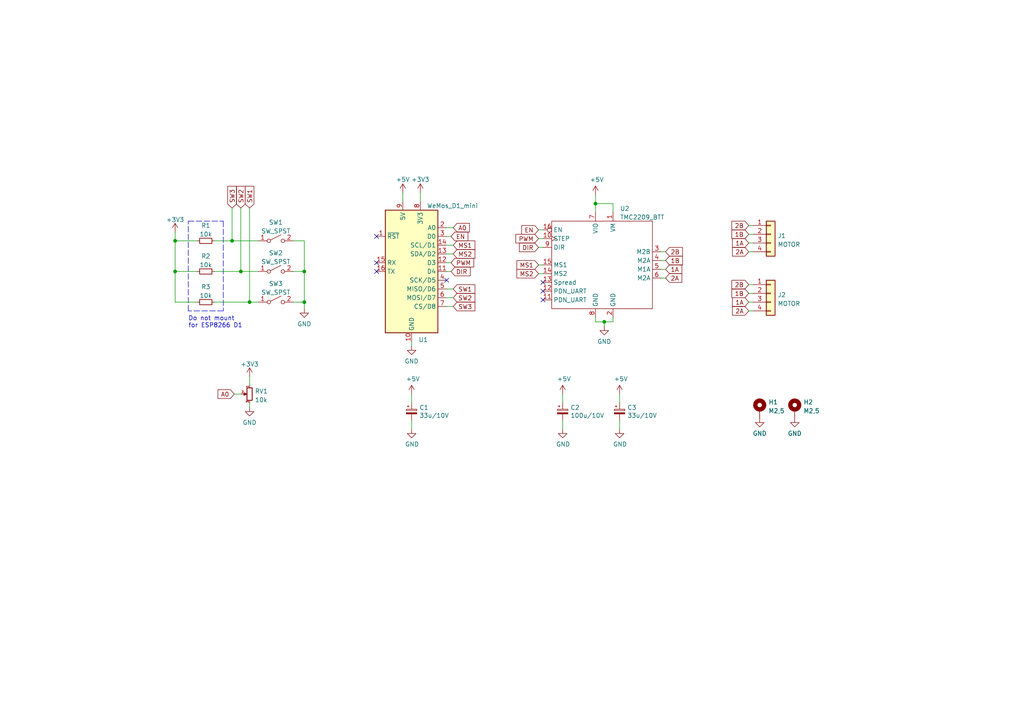
<source format=kicad_sch>
(kicad_sch (version 20211123) (generator eeschema)

  (uuid d473dd86-853c-4cb1-8bed-d530113d23bc)

  (paper "A4")

  (title_block
    (title "Photo table")
    (date "2023-01-03")
    (company "_art_of_electronics_")
  )

  (lib_symbols
    (symbol "Connector_Generic:Conn_01x04" (pin_names (offset 1.016) hide) (in_bom yes) (on_board yes)
      (property "Reference" "J" (id 0) (at 0 5.08 0)
        (effects (font (size 1.27 1.27)))
      )
      (property "Value" "Conn_01x04" (id 1) (at 0 -7.62 0)
        (effects (font (size 1.27 1.27)))
      )
      (property "Footprint" "" (id 2) (at 0 0 0)
        (effects (font (size 1.27 1.27)) hide)
      )
      (property "Datasheet" "~" (id 3) (at 0 0 0)
        (effects (font (size 1.27 1.27)) hide)
      )
      (property "ki_keywords" "connector" (id 4) (at 0 0 0)
        (effects (font (size 1.27 1.27)) hide)
      )
      (property "ki_description" "Generic connector, single row, 01x04, script generated (kicad-library-utils/schlib/autogen/connector/)" (id 5) (at 0 0 0)
        (effects (font (size 1.27 1.27)) hide)
      )
      (property "ki_fp_filters" "Connector*:*_1x??_*" (id 6) (at 0 0 0)
        (effects (font (size 1.27 1.27)) hide)
      )
      (symbol "Conn_01x04_1_1"
        (rectangle (start -1.27 -4.953) (end 0 -5.207)
          (stroke (width 0.1524) (type default) (color 0 0 0 0))
          (fill (type none))
        )
        (rectangle (start -1.27 -2.413) (end 0 -2.667)
          (stroke (width 0.1524) (type default) (color 0 0 0 0))
          (fill (type none))
        )
        (rectangle (start -1.27 0.127) (end 0 -0.127)
          (stroke (width 0.1524) (type default) (color 0 0 0 0))
          (fill (type none))
        )
        (rectangle (start -1.27 2.667) (end 0 2.413)
          (stroke (width 0.1524) (type default) (color 0 0 0 0))
          (fill (type none))
        )
        (rectangle (start -1.27 3.81) (end 1.27 -6.35)
          (stroke (width 0.254) (type default) (color 0 0 0 0))
          (fill (type background))
        )
        (pin passive line (at -5.08 2.54 0) (length 3.81)
          (name "Pin_1" (effects (font (size 1.27 1.27))))
          (number "1" (effects (font (size 1.27 1.27))))
        )
        (pin passive line (at -5.08 0 0) (length 3.81)
          (name "Pin_2" (effects (font (size 1.27 1.27))))
          (number "2" (effects (font (size 1.27 1.27))))
        )
        (pin passive line (at -5.08 -2.54 0) (length 3.81)
          (name "Pin_3" (effects (font (size 1.27 1.27))))
          (number "3" (effects (font (size 1.27 1.27))))
        )
        (pin passive line (at -5.08 -5.08 0) (length 3.81)
          (name "Pin_4" (effects (font (size 1.27 1.27))))
          (number "4" (effects (font (size 1.27 1.27))))
        )
      )
    )
    (symbol "Device:CP_Small" (pin_numbers hide) (pin_names (offset 0.254) hide) (in_bom yes) (on_board yes)
      (property "Reference" "C" (id 0) (at 0.254 1.778 0)
        (effects (font (size 1.27 1.27)) (justify left))
      )
      (property "Value" "Device_CP_Small" (id 1) (at 0.254 -2.032 0)
        (effects (font (size 1.27 1.27)) (justify left))
      )
      (property "Footprint" "" (id 2) (at 0 0 0)
        (effects (font (size 1.27 1.27)) hide)
      )
      (property "Datasheet" "" (id 3) (at 0 0 0)
        (effects (font (size 1.27 1.27)) hide)
      )
      (property "ki_fp_filters" "CP_*" (id 4) (at 0 0 0)
        (effects (font (size 1.27 1.27)) hide)
      )
      (symbol "CP_Small_0_1"
        (rectangle (start -1.524 -0.3048) (end 1.524 -0.6858)
          (stroke (width 0) (type default) (color 0 0 0 0))
          (fill (type outline))
        )
        (rectangle (start -1.524 0.6858) (end 1.524 0.3048)
          (stroke (width 0) (type default) (color 0 0 0 0))
          (fill (type none))
        )
        (polyline
          (pts
            (xy -1.27 1.524)
            (xy -0.762 1.524)
          )
          (stroke (width 0) (type default) (color 0 0 0 0))
          (fill (type none))
        )
        (polyline
          (pts
            (xy -1.016 1.27)
            (xy -1.016 1.778)
          )
          (stroke (width 0) (type default) (color 0 0 0 0))
          (fill (type none))
        )
      )
      (symbol "CP_Small_1_1"
        (pin passive line (at 0 2.54 270) (length 1.8542)
          (name "~" (effects (font (size 1.27 1.27))))
          (number "1" (effects (font (size 1.27 1.27))))
        )
        (pin passive line (at 0 -2.54 90) (length 1.8542)
          (name "~" (effects (font (size 1.27 1.27))))
          (number "2" (effects (font (size 1.27 1.27))))
        )
      )
    )
    (symbol "Device:R_Potentiometer_Small" (pin_names (offset 1.016) hide) (in_bom yes) (on_board yes)
      (property "Reference" "RV" (id 0) (at -4.445 0 90)
        (effects (font (size 1.27 1.27)))
      )
      (property "Value" "R_Potentiometer_Small" (id 1) (at -2.54 0 90)
        (effects (font (size 1.27 1.27)))
      )
      (property "Footprint" "" (id 2) (at 0 0 0)
        (effects (font (size 1.27 1.27)) hide)
      )
      (property "Datasheet" "~" (id 3) (at 0 0 0)
        (effects (font (size 1.27 1.27)) hide)
      )
      (property "ki_keywords" "resistor variable" (id 4) (at 0 0 0)
        (effects (font (size 1.27 1.27)) hide)
      )
      (property "ki_description" "Potentiometer" (id 5) (at 0 0 0)
        (effects (font (size 1.27 1.27)) hide)
      )
      (property "ki_fp_filters" "Potentiometer*" (id 6) (at 0 0 0)
        (effects (font (size 1.27 1.27)) hide)
      )
      (symbol "R_Potentiometer_Small_0_1"
        (polyline
          (pts
            (xy 0.889 0)
            (xy 0.635 0)
            (xy 1.651 0.381)
            (xy 1.651 -0.381)
            (xy 0.635 0)
            (xy 0.889 0)
          )
          (stroke (width 0) (type default) (color 0 0 0 0))
          (fill (type outline))
        )
        (rectangle (start 0.762 1.8034) (end -0.762 -1.8034)
          (stroke (width 0.254) (type default) (color 0 0 0 0))
          (fill (type none))
        )
      )
      (symbol "R_Potentiometer_Small_1_1"
        (pin passive line (at 0 2.54 270) (length 0.635)
          (name "1" (effects (font (size 0.635 0.635))))
          (number "1" (effects (font (size 0.635 0.635))))
        )
        (pin passive line (at 2.54 0 180) (length 0.9906)
          (name "2" (effects (font (size 0.635 0.635))))
          (number "2" (effects (font (size 0.635 0.635))))
        )
        (pin passive line (at 0 -2.54 90) (length 0.635)
          (name "3" (effects (font (size 0.635 0.635))))
          (number "3" (effects (font (size 0.635 0.635))))
        )
      )
    )
    (symbol "Device:R_Small" (pin_numbers hide) (pin_names (offset 0.254) hide) (in_bom yes) (on_board yes)
      (property "Reference" "R" (id 0) (at 0.762 0.508 0)
        (effects (font (size 1.27 1.27)) (justify left))
      )
      (property "Value" "R_Small" (id 1) (at 0.762 -1.016 0)
        (effects (font (size 1.27 1.27)) (justify left))
      )
      (property "Footprint" "" (id 2) (at 0 0 0)
        (effects (font (size 1.27 1.27)) hide)
      )
      (property "Datasheet" "~" (id 3) (at 0 0 0)
        (effects (font (size 1.27 1.27)) hide)
      )
      (property "ki_keywords" "R resistor" (id 4) (at 0 0 0)
        (effects (font (size 1.27 1.27)) hide)
      )
      (property "ki_description" "Resistor, small symbol" (id 5) (at 0 0 0)
        (effects (font (size 1.27 1.27)) hide)
      )
      (property "ki_fp_filters" "R_*" (id 6) (at 0 0 0)
        (effects (font (size 1.27 1.27)) hide)
      )
      (symbol "R_Small_0_1"
        (rectangle (start -0.762 1.778) (end 0.762 -1.778)
          (stroke (width 0.2032) (type default) (color 0 0 0 0))
          (fill (type none))
        )
      )
      (symbol "R_Small_1_1"
        (pin passive line (at 0 2.54 270) (length 0.762)
          (name "~" (effects (font (size 1.27 1.27))))
          (number "1" (effects (font (size 1.27 1.27))))
        )
        (pin passive line (at 0 -2.54 90) (length 0.762)
          (name "~" (effects (font (size 1.27 1.27))))
          (number "2" (effects (font (size 1.27 1.27))))
        )
      )
    )
    (symbol "Driver_Motor:TMC2209_BTT" (in_bom yes) (on_board yes)
      (property "Reference" "U2" (id 0) (at 4.5594 16.6157 0)
        (effects (font (size 1.27 1.27)) (justify left))
      )
      (property "Value" "TMC2209_BTT" (id 1) (at 4.5594 13.8406 0)
        (effects (font (size 1.27 1.27)) (justify left))
      )
      (property "Footprint" "Module:TMC2209_SMD" (id 2) (at 0 0 0)
        (effects (font (size 1.27 1.27)) hide)
      )
      (property "Datasheet" "" (id 3) (at 0 0 0)
        (effects (font (size 1.27 1.27)) hide)
      )
      (symbol "TMC2209_BTT_0_1"
        (rectangle (start -15.24 12.7) (end 13.97 -12.7)
          (stroke (width 0.1524) (type default) (color 0 0 0 0))
          (fill (type none))
        )
      )
      (symbol "TMC2209_BTT_1_1"
        (pin power_in line (at 2.54 15.24 270) (length 2.54)
          (name "VM" (effects (font (size 1.27 1.27))))
          (number "1" (effects (font (size 1.27 1.27))))
        )
        (pin input clock (at -17.78 7.62 0) (length 2.54)
          (name "STEP" (effects (font (size 1.27 1.27))))
          (number "10" (effects (font (size 1.27 1.27))))
        )
        (pin input line (at -17.78 -10.16 0) (length 2.54)
          (name "PDN_UART" (effects (font (size 1.27 1.27))))
          (number "11" (effects (font (size 1.27 1.27))))
        )
        (pin input line (at -17.78 -7.62 0) (length 2.54)
          (name "PDN_UART" (effects (font (size 1.27 1.27))))
          (number "12" (effects (font (size 1.27 1.27))))
        )
        (pin input line (at -17.78 -5.08 0) (length 2.54)
          (name "Spread" (effects (font (size 1.27 1.27))))
          (number "13" (effects (font (size 1.27 1.27))))
        )
        (pin input line (at -17.78 -2.54 0) (length 2.54)
          (name "MS2" (effects (font (size 1.27 1.27))))
          (number "14" (effects (font (size 1.27 1.27))))
        )
        (pin input line (at -17.78 0 0) (length 2.54)
          (name "MS1" (effects (font (size 1.27 1.27))))
          (number "15" (effects (font (size 1.27 1.27))))
        )
        (pin input inverted (at -17.78 10.16 0) (length 2.54)
          (name "EN" (effects (font (size 1.27 1.27))))
          (number "16" (effects (font (size 1.27 1.27))))
        )
        (pin power_in line (at 2.54 -15.24 90) (length 2.54)
          (name "GND" (effects (font (size 1.27 1.27))))
          (number "2" (effects (font (size 1.27 1.27))))
        )
        (pin power_out line (at 16.51 3.81 180) (length 2.54)
          (name "M2B" (effects (font (size 1.27 1.27))))
          (number "3" (effects (font (size 1.27 1.27))))
        )
        (pin power_out line (at 16.51 1.27 180) (length 2.54)
          (name "M2A" (effects (font (size 1.27 1.27))))
          (number "4" (effects (font (size 1.27 1.27))))
        )
        (pin power_out line (at 16.51 -1.27 180) (length 2.54)
          (name "M1A" (effects (font (size 1.27 1.27))))
          (number "5" (effects (font (size 1.27 1.27))))
        )
        (pin power_out line (at 16.51 -3.81 180) (length 2.54)
          (name "M2A" (effects (font (size 1.27 1.27))))
          (number "6" (effects (font (size 1.27 1.27))))
        )
        (pin power_in line (at -2.54 15.24 270) (length 2.54)
          (name "VIO" (effects (font (size 1.27 1.27))))
          (number "7" (effects (font (size 1.27 1.27))))
        )
        (pin power_in line (at -2.54 -15.24 90) (length 2.54)
          (name "GND" (effects (font (size 1.27 1.27))))
          (number "8" (effects (font (size 1.27 1.27))))
        )
        (pin input line (at -17.78 5.08 0) (length 2.54)
          (name "DIR" (effects (font (size 1.27 1.27))))
          (number "9" (effects (font (size 1.27 1.27))))
        )
      )
    )
    (symbol "MCU_Module:WeMos_D1_mini" (in_bom yes) (on_board yes)
      (property "Reference" "U" (id 0) (at 3.81 19.05 0)
        (effects (font (size 1.27 1.27)) (justify left))
      )
      (property "Value" "WeMos_D1_mini" (id 1) (at 1.27 -19.05 0)
        (effects (font (size 1.27 1.27)) (justify left))
      )
      (property "Footprint" "Module:WEMOS_D1_mini_light" (id 2) (at 0 -29.21 0)
        (effects (font (size 1.27 1.27)) hide)
      )
      (property "Datasheet" "https://wiki.wemos.cc/products:d1:d1_mini#documentation" (id 3) (at -46.99 -29.21 0)
        (effects (font (size 1.27 1.27)) hide)
      )
      (property "ki_keywords" "ESP8266 WiFi microcontroller ESP8266EX" (id 4) (at 0 0 0)
        (effects (font (size 1.27 1.27)) hide)
      )
      (property "ki_description" "32-bit microcontroller module with WiFi" (id 5) (at 0 0 0)
        (effects (font (size 1.27 1.27)) hide)
      )
      (property "ki_fp_filters" "WEMOS*D1*mini*" (id 6) (at 0 0 0)
        (effects (font (size 1.27 1.27)) hide)
      )
      (symbol "WeMos_D1_mini_1_1"
        (rectangle (start -7.62 17.78) (end 7.62 -17.78)
          (stroke (width 0.254) (type default) (color 0 0 0 0))
          (fill (type background))
        )
        (pin input line (at -10.16 10.16 0) (length 2.54)
          (name "~{RST}" (effects (font (size 1.27 1.27))))
          (number "1" (effects (font (size 1.27 1.27))))
        )
        (pin power_in line (at 0 -20.32 90) (length 2.54)
          (name "GND" (effects (font (size 1.27 1.27))))
          (number "10" (effects (font (size 1.27 1.27))))
        )
        (pin bidirectional line (at 10.16 0 180) (length 2.54)
          (name "D4" (effects (font (size 1.27 1.27))))
          (number "11" (effects (font (size 1.27 1.27))))
        )
        (pin bidirectional line (at 10.16 2.54 180) (length 2.54)
          (name "D3" (effects (font (size 1.27 1.27))))
          (number "12" (effects (font (size 1.27 1.27))))
        )
        (pin bidirectional line (at 10.16 5.08 180) (length 2.54)
          (name "SDA/D2" (effects (font (size 1.27 1.27))))
          (number "13" (effects (font (size 1.27 1.27))))
        )
        (pin bidirectional line (at 10.16 7.62 180) (length 2.54)
          (name "SCL/D1" (effects (font (size 1.27 1.27))))
          (number "14" (effects (font (size 1.27 1.27))))
        )
        (pin input line (at -10.16 2.54 0) (length 2.54)
          (name "RX" (effects (font (size 1.27 1.27))))
          (number "15" (effects (font (size 1.27 1.27))))
        )
        (pin output line (at -10.16 0 0) (length 2.54)
          (name "TX" (effects (font (size 1.27 1.27))))
          (number "16" (effects (font (size 1.27 1.27))))
        )
        (pin input line (at 10.16 12.7 180) (length 2.54)
          (name "A0" (effects (font (size 1.27 1.27))))
          (number "2" (effects (font (size 1.27 1.27))))
        )
        (pin bidirectional line (at 10.16 10.16 180) (length 2.54)
          (name "D0" (effects (font (size 1.27 1.27))))
          (number "3" (effects (font (size 1.27 1.27))))
        )
        (pin bidirectional line (at 10.16 -2.54 180) (length 2.54)
          (name "SCK/D5" (effects (font (size 1.27 1.27))))
          (number "4" (effects (font (size 1.27 1.27))))
        )
        (pin bidirectional line (at 10.16 -5.08 180) (length 2.54)
          (name "MISO/D6" (effects (font (size 1.27 1.27))))
          (number "5" (effects (font (size 1.27 1.27))))
        )
        (pin bidirectional line (at 10.16 -7.62 180) (length 2.54)
          (name "MOSI/D7" (effects (font (size 1.27 1.27))))
          (number "6" (effects (font (size 1.27 1.27))))
        )
        (pin bidirectional line (at 10.16 -10.16 180) (length 2.54)
          (name "CS/D8" (effects (font (size 1.27 1.27))))
          (number "7" (effects (font (size 1.27 1.27))))
        )
        (pin power_out line (at 2.54 20.32 270) (length 2.54)
          (name "3V3" (effects (font (size 1.27 1.27))))
          (number "8" (effects (font (size 1.27 1.27))))
        )
        (pin power_in line (at -2.54 20.32 270) (length 2.54)
          (name "5V" (effects (font (size 1.27 1.27))))
          (number "9" (effects (font (size 1.27 1.27))))
        )
      )
    )
    (symbol "Mechanical:MountingHole_Pad" (pin_numbers hide) (pin_names (offset 1.016) hide) (in_bom yes) (on_board yes)
      (property "Reference" "H" (id 0) (at 0 6.35 0)
        (effects (font (size 1.27 1.27)))
      )
      (property "Value" "MountingHole_Pad" (id 1) (at 0 4.445 0)
        (effects (font (size 1.27 1.27)))
      )
      (property "Footprint" "" (id 2) (at 0 0 0)
        (effects (font (size 1.27 1.27)) hide)
      )
      (property "Datasheet" "~" (id 3) (at 0 0 0)
        (effects (font (size 1.27 1.27)) hide)
      )
      (property "ki_keywords" "mounting hole" (id 4) (at 0 0 0)
        (effects (font (size 1.27 1.27)) hide)
      )
      (property "ki_description" "Mounting Hole with connection" (id 5) (at 0 0 0)
        (effects (font (size 1.27 1.27)) hide)
      )
      (property "ki_fp_filters" "MountingHole*Pad*" (id 6) (at 0 0 0)
        (effects (font (size 1.27 1.27)) hide)
      )
      (symbol "MountingHole_Pad_0_1"
        (circle (center 0 1.27) (radius 1.27)
          (stroke (width 1.27) (type default) (color 0 0 0 0))
          (fill (type none))
        )
      )
      (symbol "MountingHole_Pad_1_1"
        (pin input line (at 0 -2.54 90) (length 2.54)
          (name "1" (effects (font (size 1.27 1.27))))
          (number "1" (effects (font (size 1.27 1.27))))
        )
      )
    )
    (symbol "Switch:SW_SPST" (pin_names (offset 0) hide) (in_bom yes) (on_board yes)
      (property "Reference" "SW" (id 0) (at 0 3.175 0)
        (effects (font (size 1.27 1.27)))
      )
      (property "Value" "SW_SPST" (id 1) (at 0 -2.54 0)
        (effects (font (size 1.27 1.27)))
      )
      (property "Footprint" "" (id 2) (at 0 0 0)
        (effects (font (size 1.27 1.27)) hide)
      )
      (property "Datasheet" "~" (id 3) (at 0 0 0)
        (effects (font (size 1.27 1.27)) hide)
      )
      (property "ki_keywords" "switch lever" (id 4) (at 0 0 0)
        (effects (font (size 1.27 1.27)) hide)
      )
      (property "ki_description" "Single Pole Single Throw (SPST) switch" (id 5) (at 0 0 0)
        (effects (font (size 1.27 1.27)) hide)
      )
      (symbol "SW_SPST_0_0"
        (circle (center -2.032 0) (radius 0.508)
          (stroke (width 0) (type default) (color 0 0 0 0))
          (fill (type none))
        )
        (polyline
          (pts
            (xy -1.524 0.254)
            (xy 1.524 1.778)
          )
          (stroke (width 0) (type default) (color 0 0 0 0))
          (fill (type none))
        )
        (circle (center 2.032 0) (radius 0.508)
          (stroke (width 0) (type default) (color 0 0 0 0))
          (fill (type none))
        )
      )
      (symbol "SW_SPST_1_1"
        (pin passive line (at -5.08 0 0) (length 2.54)
          (name "A" (effects (font (size 1.27 1.27))))
          (number "1" (effects (font (size 1.27 1.27))))
        )
        (pin passive line (at 5.08 0 180) (length 2.54)
          (name "B" (effects (font (size 1.27 1.27))))
          (number "2" (effects (font (size 1.27 1.27))))
        )
      )
    )
    (symbol "power:+3.3V" (power) (pin_names (offset 0)) (in_bom yes) (on_board yes)
      (property "Reference" "#PWR" (id 0) (at 0 -3.81 0)
        (effects (font (size 1.27 1.27)) hide)
      )
      (property "Value" "+3.3V" (id 1) (at 0 3.556 0)
        (effects (font (size 1.27 1.27)))
      )
      (property "Footprint" "" (id 2) (at 0 0 0)
        (effects (font (size 1.27 1.27)) hide)
      )
      (property "Datasheet" "" (id 3) (at 0 0 0)
        (effects (font (size 1.27 1.27)) hide)
      )
      (property "ki_keywords" "power-flag" (id 4) (at 0 0 0)
        (effects (font (size 1.27 1.27)) hide)
      )
      (property "ki_description" "Power symbol creates a global label with name \"+3.3V\"" (id 5) (at 0 0 0)
        (effects (font (size 1.27 1.27)) hide)
      )
      (symbol "+3.3V_0_1"
        (polyline
          (pts
            (xy -0.762 1.27)
            (xy 0 2.54)
          )
          (stroke (width 0) (type default) (color 0 0 0 0))
          (fill (type none))
        )
        (polyline
          (pts
            (xy 0 0)
            (xy 0 2.54)
          )
          (stroke (width 0) (type default) (color 0 0 0 0))
          (fill (type none))
        )
        (polyline
          (pts
            (xy 0 2.54)
            (xy 0.762 1.27)
          )
          (stroke (width 0) (type default) (color 0 0 0 0))
          (fill (type none))
        )
      )
      (symbol "+3.3V_1_1"
        (pin power_in line (at 0 0 90) (length 0) hide
          (name "+3V3" (effects (font (size 1.27 1.27))))
          (number "1" (effects (font (size 1.27 1.27))))
        )
      )
    )
    (symbol "power:+5V" (power) (pin_names (offset 0)) (in_bom yes) (on_board yes)
      (property "Reference" "#PWR" (id 0) (at 0 -3.81 0)
        (effects (font (size 1.27 1.27)) hide)
      )
      (property "Value" "+5V" (id 1) (at 0 3.556 0)
        (effects (font (size 1.27 1.27)))
      )
      (property "Footprint" "" (id 2) (at 0 0 0)
        (effects (font (size 1.27 1.27)) hide)
      )
      (property "Datasheet" "" (id 3) (at 0 0 0)
        (effects (font (size 1.27 1.27)) hide)
      )
      (property "ki_keywords" "power-flag" (id 4) (at 0 0 0)
        (effects (font (size 1.27 1.27)) hide)
      )
      (property "ki_description" "Power symbol creates a global label with name \"+5V\"" (id 5) (at 0 0 0)
        (effects (font (size 1.27 1.27)) hide)
      )
      (symbol "+5V_0_1"
        (polyline
          (pts
            (xy -0.762 1.27)
            (xy 0 2.54)
          )
          (stroke (width 0) (type default) (color 0 0 0 0))
          (fill (type none))
        )
        (polyline
          (pts
            (xy 0 0)
            (xy 0 2.54)
          )
          (stroke (width 0) (type default) (color 0 0 0 0))
          (fill (type none))
        )
        (polyline
          (pts
            (xy 0 2.54)
            (xy 0.762 1.27)
          )
          (stroke (width 0) (type default) (color 0 0 0 0))
          (fill (type none))
        )
      )
      (symbol "+5V_1_1"
        (pin power_in line (at 0 0 90) (length 0) hide
          (name "+5V" (effects (font (size 1.27 1.27))))
          (number "1" (effects (font (size 1.27 1.27))))
        )
      )
    )
    (symbol "power:GND" (power) (pin_names (offset 0)) (in_bom yes) (on_board yes)
      (property "Reference" "#PWR" (id 0) (at 0 -6.35 0)
        (effects (font (size 1.27 1.27)) hide)
      )
      (property "Value" "GND" (id 1) (at 0 -3.81 0)
        (effects (font (size 1.27 1.27)))
      )
      (property "Footprint" "" (id 2) (at 0 0 0)
        (effects (font (size 1.27 1.27)) hide)
      )
      (property "Datasheet" "" (id 3) (at 0 0 0)
        (effects (font (size 1.27 1.27)) hide)
      )
      (property "ki_keywords" "power-flag" (id 4) (at 0 0 0)
        (effects (font (size 1.27 1.27)) hide)
      )
      (property "ki_description" "Power symbol creates a global label with name \"GND\" , ground" (id 5) (at 0 0 0)
        (effects (font (size 1.27 1.27)) hide)
      )
      (symbol "GND_0_1"
        (polyline
          (pts
            (xy 0 0)
            (xy 0 -1.27)
            (xy 1.27 -1.27)
            (xy 0 -2.54)
            (xy -1.27 -1.27)
            (xy 0 -1.27)
          )
          (stroke (width 0) (type default) (color 0 0 0 0))
          (fill (type none))
        )
      )
      (symbol "GND_1_1"
        (pin power_in line (at 0 0 270) (length 0) hide
          (name "GND" (effects (font (size 1.27 1.27))))
          (number "1" (effects (font (size 1.27 1.27))))
        )
      )
    )
  )

  (junction (at 88.265 78.74) (diameter 0) (color 0 0 0 0)
    (uuid 19917952-5ae4-4370-a38d-b1cc95aaad13)
  )
  (junction (at 50.8 78.74) (diameter 0) (color 0 0 0 0)
    (uuid 21b4dc9a-25fd-4305-a05b-8b51b2d5d88a)
  )
  (junction (at 175.26 93.345) (diameter 0) (color 0 0 0 0)
    (uuid 3cc12f5c-26ee-4098-b0c5-4de4377ee9d1)
  )
  (junction (at 88.265 87.63) (diameter 0) (color 0 0 0 0)
    (uuid 43c87744-f4a9-4842-b917-4717cde8fc3c)
  )
  (junction (at 172.72 59.055) (diameter 0) (color 0 0 0 0)
    (uuid 4e364ec5-f775-49f1-9062-d13cc87bd3fb)
  )
  (junction (at 67.31 69.85) (diameter 0) (color 0 0 0 0)
    (uuid 684c475c-8a42-4d90-9f03-f6f6bf784102)
  )
  (junction (at 72.39 87.63) (diameter 0) (color 0 0 0 0)
    (uuid 991a6b97-e8a7-4731-8564-f4ac3a4cc391)
  )
  (junction (at 69.85 78.74) (diameter 0) (color 0 0 0 0)
    (uuid 9eddffca-53b0-41b7-8f6e-a89c21624c1d)
  )
  (junction (at 50.8 69.85) (diameter 0) (color 0 0 0 0)
    (uuid c43635fb-23c4-4564-aa3f-08f9f524b77d)
  )

  (no_connect (at 157.48 81.915) (uuid 6b4d690a-2c6f-4f13-bc1e-174cef17958a))
  (no_connect (at 157.48 86.995) (uuid 6b4d690a-2c6f-4f13-bc1e-174cef17958b))
  (no_connect (at 157.48 84.455) (uuid 6b4d690a-2c6f-4f13-bc1e-174cef17958c))
  (no_connect (at 109.22 68.58) (uuid 9c483fdc-0bbe-491d-b0e1-d02d3b2f8289))
  (no_connect (at 109.22 78.74) (uuid 9c483fdc-0bbe-491d-b0e1-d02d3b2f828a))
  (no_connect (at 109.22 76.2) (uuid 9c483fdc-0bbe-491d-b0e1-d02d3b2f828b))
  (no_connect (at 129.54 81.28) (uuid d19afb3f-80c6-49a1-81e1-40466d4dd7d5))

  (wire (pts (xy 156.21 79.375) (xy 157.48 79.375))
    (stroke (width 0) (type default) (color 0 0 0 0))
    (uuid 00faae4e-d686-4639-8e8d-51fffcbd928d)
  )
  (wire (pts (xy 179.705 114.3) (xy 179.705 116.84))
    (stroke (width 0) (type default) (color 0 0 0 0))
    (uuid 0976c8f8-be97-43b1-b77d-0f3c861ce166)
  )
  (wire (pts (xy 218.44 65.405) (xy 217.17 65.405))
    (stroke (width 0) (type default) (color 0 0 0 0))
    (uuid 09a0b5c7-7772-4d05-8683-718e324131c5)
  )
  (wire (pts (xy 177.8 93.345) (xy 175.26 93.345))
    (stroke (width 0) (type default) (color 0 0 0 0))
    (uuid 0cc64189-a1c7-4e5f-aeeb-c366c9b2b71e)
  )
  (wire (pts (xy 218.44 87.63) (xy 217.17 87.63))
    (stroke (width 0) (type default) (color 0 0 0 0))
    (uuid 1f03b9d5-5be0-49e2-a786-549a85058efb)
  )
  (wire (pts (xy 218.44 90.17) (xy 217.17 90.17))
    (stroke (width 0) (type default) (color 0 0 0 0))
    (uuid 213ab0b1-5899-4e83-8f2f-224d794fcbf2)
  )
  (wire (pts (xy 88.265 87.63) (xy 85.09 87.63))
    (stroke (width 0) (type default) (color 0 0 0 0))
    (uuid 24d16242-4900-480f-88fc-8c31d6139569)
  )
  (wire (pts (xy 119.38 114.3) (xy 119.38 116.84))
    (stroke (width 0) (type default) (color 0 0 0 0))
    (uuid 255f49dc-d6df-4a2e-81b4-0a746212620e)
  )
  (wire (pts (xy 129.54 88.9) (xy 131.445 88.9))
    (stroke (width 0) (type default) (color 0 0 0 0))
    (uuid 26834ab0-9551-491f-b56e-9b6e4cad54a8)
  )
  (wire (pts (xy 72.39 116.84) (xy 72.39 118.11))
    (stroke (width 0) (type default) (color 0 0 0 0))
    (uuid 28ff483c-0c09-4a1c-aceb-2bae8f31f451)
  )
  (wire (pts (xy 67.31 69.85) (xy 74.93 69.85))
    (stroke (width 0) (type default) (color 0 0 0 0))
    (uuid 2a2995fd-14a8-4fc5-9090-404566e2ba9c)
  )
  (wire (pts (xy 50.8 87.63) (xy 50.8 78.74))
    (stroke (width 0) (type default) (color 0 0 0 0))
    (uuid 3172c2ea-1082-4d1d-9dbb-f733a0e23e1d)
  )
  (wire (pts (xy 72.39 87.63) (xy 74.93 87.63))
    (stroke (width 0) (type default) (color 0 0 0 0))
    (uuid 31a742bb-de27-42bd-a648-7ce64cc22947)
  )
  (wire (pts (xy 62.23 69.85) (xy 67.31 69.85))
    (stroke (width 0) (type default) (color 0 0 0 0))
    (uuid 32045f78-0610-4a5f-9308-4534c39fe5a4)
  )
  (wire (pts (xy 69.85 78.74) (xy 74.93 78.74))
    (stroke (width 0) (type default) (color 0 0 0 0))
    (uuid 363bd20c-63a4-44be-a76d-f31ba481942f)
  )
  (wire (pts (xy 218.44 67.945) (xy 217.17 67.945))
    (stroke (width 0) (type default) (color 0 0 0 0))
    (uuid 3f4e4ff4-d719-4c9c-b3ed-86466b877e46)
  )
  (wire (pts (xy 191.77 80.645) (xy 193.04 80.645))
    (stroke (width 0) (type default) (color 0 0 0 0))
    (uuid 43102c27-9b99-49d1-8ab5-6652e7471293)
  )
  (wire (pts (xy 88.265 87.63) (xy 88.265 89.535))
    (stroke (width 0) (type default) (color 0 0 0 0))
    (uuid 450688d4-3e8d-455a-a8cc-b18a54ede6c7)
  )
  (wire (pts (xy 88.265 78.74) (xy 88.265 87.63))
    (stroke (width 0) (type default) (color 0 0 0 0))
    (uuid 486d708a-c27e-4090-a4a2-77b1a95940b2)
  )
  (wire (pts (xy 72.39 60.325) (xy 72.39 87.63))
    (stroke (width 0) (type default) (color 0 0 0 0))
    (uuid 4ad99214-c526-4254-a0e9-a8169fae501b)
  )
  (wire (pts (xy 130.81 78.74) (xy 129.54 78.74))
    (stroke (width 0) (type default) (color 0 0 0 0))
    (uuid 4d5558a3-55bc-4de9-b9ba-0eca1c129c2e)
  )
  (polyline (pts (xy 54.61 64.135) (xy 64.77 64.135))
    (stroke (width 0) (type default) (color 0 0 0 0))
    (uuid 4d80b2dd-0cfc-4e9b-9582-636eb24801f6)
  )

  (wire (pts (xy 85.09 78.74) (xy 88.265 78.74))
    (stroke (width 0) (type default) (color 0 0 0 0))
    (uuid 4e7dd78a-24fa-4a4b-8381-9d863ae1d639)
  )
  (wire (pts (xy 62.23 87.63) (xy 72.39 87.63))
    (stroke (width 0) (type default) (color 0 0 0 0))
    (uuid 4f62d126-3817-4aca-9541-7adc6f05713c)
  )
  (wire (pts (xy 119.38 121.92) (xy 119.38 124.46))
    (stroke (width 0) (type default) (color 0 0 0 0))
    (uuid 531f59d0-7b78-4426-9cfe-20f1db151b47)
  )
  (polyline (pts (xy 64.77 64.135) (xy 64.77 90.17))
    (stroke (width 0) (type default) (color 0 0 0 0))
    (uuid 55dc55eb-ef4e-462d-9ec4-30f40e68219a)
  )

  (wire (pts (xy 69.85 60.325) (xy 69.85 78.74))
    (stroke (width 0) (type default) (color 0 0 0 0))
    (uuid 5a8ec649-e9c2-45c2-8de7-358cbc24d913)
  )
  (wire (pts (xy 130.81 68.58) (xy 129.54 68.58))
    (stroke (width 0) (type default) (color 0 0 0 0))
    (uuid 611fb4ef-c99a-4fcc-89a5-0b87cd50c6dc)
  )
  (wire (pts (xy 218.44 85.09) (xy 217.17 85.09))
    (stroke (width 0) (type default) (color 0 0 0 0))
    (uuid 64768811-a451-4e5e-819f-ac0d81f6f0f2)
  )
  (wire (pts (xy 172.72 93.345) (xy 175.26 93.345))
    (stroke (width 0) (type default) (color 0 0 0 0))
    (uuid 6492b87d-b804-4634-b8cf-cbc7d1cb1536)
  )
  (wire (pts (xy 121.92 58.42) (xy 121.92 55.88))
    (stroke (width 0) (type default) (color 0 0 0 0))
    (uuid 70ee306f-ae2b-426d-b3b9-f89dd506a306)
  )
  (wire (pts (xy 72.39 109.22) (xy 72.39 111.76))
    (stroke (width 0) (type default) (color 0 0 0 0))
    (uuid 711eb94e-ef13-40e9-a92e-ddfd13592e8c)
  )
  (wire (pts (xy 156.21 69.215) (xy 157.48 69.215))
    (stroke (width 0) (type default) (color 0 0 0 0))
    (uuid 718b6e20-6125-434c-8277-a50bbf1003b1)
  )
  (wire (pts (xy 88.265 69.85) (xy 88.265 78.74))
    (stroke (width 0) (type default) (color 0 0 0 0))
    (uuid 722f7e2f-41d5-4a62-ac63-d453aa7b224c)
  )
  (wire (pts (xy 50.8 87.63) (xy 57.15 87.63))
    (stroke (width 0) (type default) (color 0 0 0 0))
    (uuid 79df722c-5e1d-48d7-9017-cb8dfcee246f)
  )
  (wire (pts (xy 129.54 73.66) (xy 131.445 73.66))
    (stroke (width 0) (type default) (color 0 0 0 0))
    (uuid 7f649911-78bf-4fac-b93e-082e8b31ac9c)
  )
  (wire (pts (xy 191.77 78.105) (xy 193.04 78.105))
    (stroke (width 0) (type default) (color 0 0 0 0))
    (uuid 7f662f46-0f81-4f65-9ca0-f5d67976e0f2)
  )
  (wire (pts (xy 179.705 121.92) (xy 179.705 124.46))
    (stroke (width 0) (type default) (color 0 0 0 0))
    (uuid 80e5a739-b2d3-406f-9e9a-fed24dd1e4e1)
  )
  (wire (pts (xy 50.8 67.31) (xy 50.8 69.85))
    (stroke (width 0) (type default) (color 0 0 0 0))
    (uuid 83206c86-6b97-4d04-a51a-e7aadcd8b3ae)
  )
  (wire (pts (xy 191.77 75.565) (xy 193.04 75.565))
    (stroke (width 0) (type default) (color 0 0 0 0))
    (uuid 843730d8-289f-4667-9b3c-5d3e3fa99cb0)
  )
  (wire (pts (xy 172.72 56.515) (xy 172.72 59.055))
    (stroke (width 0) (type default) (color 0 0 0 0))
    (uuid 8b6de4c9-be59-46dc-8dc6-032bd7c79b0f)
  )
  (wire (pts (xy 163.195 121.92) (xy 163.195 124.46))
    (stroke (width 0) (type default) (color 0 0 0 0))
    (uuid 8c0c5372-5997-481e-98c0-a23337b63688)
  )
  (wire (pts (xy 62.23 78.74) (xy 69.85 78.74))
    (stroke (width 0) (type default) (color 0 0 0 0))
    (uuid 8c25456a-b3b1-4206-a08a-7b3bf5d15d67)
  )
  (wire (pts (xy 129.54 66.04) (xy 131.445 66.04))
    (stroke (width 0) (type default) (color 0 0 0 0))
    (uuid 930d676a-05db-4e32-97a5-d26c92daa7d0)
  )
  (wire (pts (xy 172.72 59.055) (xy 172.72 61.595))
    (stroke (width 0) (type default) (color 0 0 0 0))
    (uuid 93d2c5ef-c145-4920-a6df-b16e8db96b02)
  )
  (wire (pts (xy 116.84 55.88) (xy 116.84 58.42))
    (stroke (width 0) (type default) (color 0 0 0 0))
    (uuid 9853c22e-75df-4052-97a9-33a15b9b7349)
  )
  (wire (pts (xy 119.38 99.06) (xy 119.38 100.33))
    (stroke (width 0) (type default) (color 0 0 0 0))
    (uuid 9911a9cd-5c37-4960-9bc7-5938b9d1a32b)
  )
  (wire (pts (xy 218.44 70.485) (xy 217.17 70.485))
    (stroke (width 0) (type default) (color 0 0 0 0))
    (uuid 99374bae-94dd-4eae-a14f-62bda260da54)
  )
  (wire (pts (xy 85.09 69.85) (xy 88.265 69.85))
    (stroke (width 0) (type default) (color 0 0 0 0))
    (uuid 9b2f85a2-4908-48ba-8910-30a4995907a2)
  )
  (wire (pts (xy 156.21 66.675) (xy 157.48 66.675))
    (stroke (width 0) (type default) (color 0 0 0 0))
    (uuid 9da5562a-dd90-4d39-8f31-d305891a6706)
  )
  (wire (pts (xy 191.77 73.025) (xy 193.04 73.025))
    (stroke (width 0) (type default) (color 0 0 0 0))
    (uuid a19353fe-f07c-4b62-acbf-3dd3378be5b8)
  )
  (wire (pts (xy 218.44 82.55) (xy 217.17 82.55))
    (stroke (width 0) (type default) (color 0 0 0 0))
    (uuid a23e770c-7057-4f5e-b901-63d8358883b4)
  )
  (wire (pts (xy 50.8 78.74) (xy 57.15 78.74))
    (stroke (width 0) (type default) (color 0 0 0 0))
    (uuid b13055e0-3b98-4131-bea7-f42a4d14835c)
  )
  (wire (pts (xy 177.8 92.075) (xy 177.8 93.345))
    (stroke (width 0) (type default) (color 0 0 0 0))
    (uuid b34c17a9-cab3-4fc9-aa08-8eaa5663bca9)
  )
  (wire (pts (xy 129.54 71.12) (xy 131.445 71.12))
    (stroke (width 0) (type default) (color 0 0 0 0))
    (uuid ba2c8f40-bd87-4387-b2e6-3b59a78c06f6)
  )
  (wire (pts (xy 50.8 78.74) (xy 50.8 69.85))
    (stroke (width 0) (type default) (color 0 0 0 0))
    (uuid ba3fe445-895b-4b3a-b77f-f0c80adb35b1)
  )
  (wire (pts (xy 156.21 76.835) (xy 157.48 76.835))
    (stroke (width 0) (type default) (color 0 0 0 0))
    (uuid bf8326ff-bd18-44ae-83a7-9653fef8f3d1)
  )
  (wire (pts (xy 69.85 114.3) (xy 67.945 114.3))
    (stroke (width 0) (type default) (color 0 0 0 0))
    (uuid c176edbc-cad1-47c2-9d40-b1fec4d887a8)
  )
  (wire (pts (xy 129.54 86.36) (xy 131.445 86.36))
    (stroke (width 0) (type default) (color 0 0 0 0))
    (uuid c48b8cf6-20d4-44fb-b20e-c0cb18a7a081)
  )
  (polyline (pts (xy 54.61 90.17) (xy 54.61 64.135))
    (stroke (width 0) (type default) (color 0 0 0 0))
    (uuid cba25e58-5fe4-4e16-9e32-d20a7775b498)
  )

  (wire (pts (xy 172.72 59.055) (xy 177.8 59.055))
    (stroke (width 0) (type default) (color 0 0 0 0))
    (uuid cdde0c54-c8b2-4a56-b37c-039a41588e70)
  )
  (wire (pts (xy 67.31 60.325) (xy 67.31 69.85))
    (stroke (width 0) (type default) (color 0 0 0 0))
    (uuid ceae7a38-c191-43a4-9c34-8ae714700d6a)
  )
  (wire (pts (xy 172.72 92.075) (xy 172.72 93.345))
    (stroke (width 0) (type default) (color 0 0 0 0))
    (uuid de893475-5c4c-4dfd-b5be-a467ea418f58)
  )
  (wire (pts (xy 129.54 83.82) (xy 131.445 83.82))
    (stroke (width 0) (type default) (color 0 0 0 0))
    (uuid e0b3f737-dd72-4b7d-ba0d-7b1b34db876a)
  )
  (wire (pts (xy 156.21 71.755) (xy 157.48 71.755))
    (stroke (width 0) (type default) (color 0 0 0 0))
    (uuid e19ce8ec-cfbc-46ab-8a24-bc1a55d0e289)
  )
  (wire (pts (xy 177.8 59.055) (xy 177.8 61.595))
    (stroke (width 0) (type default) (color 0 0 0 0))
    (uuid e582418e-8715-435d-a2c4-c28d3e955972)
  )
  (wire (pts (xy 163.195 114.3) (xy 163.195 116.84))
    (stroke (width 0) (type default) (color 0 0 0 0))
    (uuid e9388323-18a6-466b-bd5a-9876289b5063)
  )
  (polyline (pts (xy 64.77 90.17) (xy 54.61 90.17))
    (stroke (width 0) (type default) (color 0 0 0 0))
    (uuid f356a22a-1dd7-4947-8bdd-ea08d5cc5799)
  )

  (wire (pts (xy 218.44 73.025) (xy 217.17 73.025))
    (stroke (width 0) (type default) (color 0 0 0 0))
    (uuid f5d042a6-37ea-4ca0-b2e1-f02e7daed2ce)
  )
  (wire (pts (xy 50.8 69.85) (xy 57.15 69.85))
    (stroke (width 0) (type default) (color 0 0 0 0))
    (uuid f79b8848-3564-46bd-bd8c-31cc4a70d493)
  )
  (wire (pts (xy 130.81 76.2) (xy 129.54 76.2))
    (stroke (width 0) (type default) (color 0 0 0 0))
    (uuid fbe5c0b2-f7e9-4455-9739-cce96ad80310)
  )
  (wire (pts (xy 175.26 93.345) (xy 175.26 94.615))
    (stroke (width 0) (type default) (color 0 0 0 0))
    (uuid fe87aead-7b2b-43b4-ad12-7f7338b0de44)
  )

  (text "Do not mount \nfor ESP8266 D1" (at 54.61 95.25 0)
    (effects (font (size 1.27 1.27)) (justify left bottom))
    (uuid 68fac4b3-e443-455c-a6c1-8bed7acbf36a)
  )

  (global_label "MS1" (shape input) (at 131.445 71.12 0) (fields_autoplaced)
    (effects (font (size 1.27 1.27)) (justify left))
    (uuid 06dd159b-c629-4a5c-bfaa-fcef190cf8dc)
    (property "Intersheet References" "${INTERSHEET_REFS}" (id 0) (at 137.6397 71.0406 0)
      (effects (font (size 1.27 1.27)) (justify left) hide)
    )
  )
  (global_label "SW2" (shape input) (at 69.85 60.325 90) (fields_autoplaced)
    (effects (font (size 1.27 1.27)) (justify left))
    (uuid 09c314da-8448-403e-bb20-21820213ae60)
    (property "Intersheet References" "${INTERSHEET_REFS}" (id 0) (at 69.7706 54.0414 90)
      (effects (font (size 1.27 1.27)) (justify left) hide)
    )
  )
  (global_label "2B" (shape input) (at 217.17 82.55 180) (fields_autoplaced)
    (effects (font (size 1.27 1.27)) (justify right))
    (uuid 0aee5c2f-89ef-4a0f-92c6-656617f04b8e)
    (property "Intersheet References" "${INTERSHEET_REFS}" (id 0) (at 212.2774 82.4706 0)
      (effects (font (size 1.27 1.27)) (justify right) hide)
    )
  )
  (global_label "SW3" (shape input) (at 67.31 60.325 90) (fields_autoplaced)
    (effects (font (size 1.27 1.27)) (justify left))
    (uuid 0d08f82d-fa8b-4d0f-b1ab-bbe2bc32b927)
    (property "Intersheet References" "${INTERSHEET_REFS}" (id 0) (at 67.2306 54.0414 90)
      (effects (font (size 1.27 1.27)) (justify left) hide)
    )
  )
  (global_label "PWM" (shape input) (at 156.21 69.215 180) (fields_autoplaced)
    (effects (font (size 1.27 1.27)) (justify right))
    (uuid 110bbac4-7335-4e64-b508-ae3330f6fd4d)
    (property "Intersheet References" "${INTERSHEET_REFS}" (id 0) (at 149.624 69.1356 0)
      (effects (font (size 1.27 1.27)) (justify right) hide)
    )
  )
  (global_label "1B" (shape input) (at 217.17 85.09 180) (fields_autoplaced)
    (effects (font (size 1.27 1.27)) (justify right))
    (uuid 19602342-179e-48b9-a056-dc06aeca6082)
    (property "Intersheet References" "${INTERSHEET_REFS}" (id 0) (at 212.2774 85.0106 0)
      (effects (font (size 1.27 1.27)) (justify right) hide)
    )
  )
  (global_label "DIR" (shape input) (at 130.81 78.74 0) (fields_autoplaced)
    (effects (font (size 1.27 1.27)) (justify left))
    (uuid 1ca723ee-9363-4483-aa60-9b8af6b28b1e)
    (property "Intersheet References" "${INTERSHEET_REFS}" (id 0) (at 136.3679 78.6606 0)
      (effects (font (size 1.27 1.27)) (justify left) hide)
    )
  )
  (global_label "2A" (shape input) (at 217.17 73.025 180) (fields_autoplaced)
    (effects (font (size 1.27 1.27)) (justify right))
    (uuid 2c11af7e-1286-4779-8d51-59063d4e5af6)
    (property "Intersheet References" "${INTERSHEET_REFS}" (id 0) (at 212.4588 72.9456 0)
      (effects (font (size 1.27 1.27)) (justify right) hide)
    )
  )
  (global_label "1B" (shape input) (at 217.17 67.945 180) (fields_autoplaced)
    (effects (font (size 1.27 1.27)) (justify right))
    (uuid 310a4065-1e64-4652-a0a4-841929d822a8)
    (property "Intersheet References" "${INTERSHEET_REFS}" (id 0) (at 212.2774 67.8656 0)
      (effects (font (size 1.27 1.27)) (justify right) hide)
    )
  )
  (global_label "MS2" (shape input) (at 131.445 73.66 0) (fields_autoplaced)
    (effects (font (size 1.27 1.27)) (justify left))
    (uuid 3503e86a-4d44-47ea-8368-6ea536c20d72)
    (property "Intersheet References" "${INTERSHEET_REFS}" (id 0) (at 137.6397 73.5806 0)
      (effects (font (size 1.27 1.27)) (justify left) hide)
    )
  )
  (global_label "MS1" (shape input) (at 156.21 76.835 180) (fields_autoplaced)
    (effects (font (size 1.27 1.27)) (justify right))
    (uuid 35b44f96-90e8-4936-b6c6-254f30c048e2)
    (property "Intersheet References" "${INTERSHEET_REFS}" (id 0) (at 150.0153 76.7556 0)
      (effects (font (size 1.27 1.27)) (justify right) hide)
    )
  )
  (global_label "2A" (shape input) (at 217.17 90.17 180) (fields_autoplaced)
    (effects (font (size 1.27 1.27)) (justify right))
    (uuid 37a27589-2382-4623-9daf-30da6db6cd14)
    (property "Intersheet References" "${INTERSHEET_REFS}" (id 0) (at 212.4588 90.0906 0)
      (effects (font (size 1.27 1.27)) (justify right) hide)
    )
  )
  (global_label "DIR" (shape input) (at 156.21 71.755 180) (fields_autoplaced)
    (effects (font (size 1.27 1.27)) (justify right))
    (uuid 401baf87-4587-463b-8ba0-f9adfd4e2e75)
    (property "Intersheet References" "${INTERSHEET_REFS}" (id 0) (at 150.6521 71.6756 0)
      (effects (font (size 1.27 1.27)) (justify right) hide)
    )
  )
  (global_label "EN" (shape input) (at 156.21 66.675 180) (fields_autoplaced)
    (effects (font (size 1.27 1.27)) (justify right))
    (uuid 42b698e0-55ac-468f-82ce-1808817ce841)
    (property "Intersheet References" "${INTERSHEET_REFS}" (id 0) (at 151.4063 66.5956 0)
      (effects (font (size 1.27 1.27)) (justify right) hide)
    )
  )
  (global_label "2A" (shape input) (at 193.04 80.645 0) (fields_autoplaced)
    (effects (font (size 1.27 1.27)) (justify left))
    (uuid 50e2b268-0a35-45cf-8d88-74112a870991)
    (property "Intersheet References" "${INTERSHEET_REFS}" (id 0) (at 197.7512 80.5656 0)
      (effects (font (size 1.27 1.27)) (justify left) hide)
    )
  )
  (global_label "MS2" (shape input) (at 156.21 79.375 180) (fields_autoplaced)
    (effects (font (size 1.27 1.27)) (justify right))
    (uuid 54f8b3e7-9162-40d5-9eee-fc3ef83c5bfb)
    (property "Intersheet References" "${INTERSHEET_REFS}" (id 0) (at 150.0153 79.2956 0)
      (effects (font (size 1.27 1.27)) (justify right) hide)
    )
  )
  (global_label "1A" (shape input) (at 217.17 87.63 180) (fields_autoplaced)
    (effects (font (size 1.27 1.27)) (justify right))
    (uuid 587849d6-d16e-4a0d-a957-0deb6d613a53)
    (property "Intersheet References" "${INTERSHEET_REFS}" (id 0) (at 212.4588 87.5506 0)
      (effects (font (size 1.27 1.27)) (justify right) hide)
    )
  )
  (global_label "SW1" (shape input) (at 131.445 83.82 0) (fields_autoplaced)
    (effects (font (size 1.27 1.27)) (justify left))
    (uuid 59f7977c-6364-48ad-aee4-33857c717ec2)
    (property "Intersheet References" "${INTERSHEET_REFS}" (id 0) (at 137.7286 83.7406 0)
      (effects (font (size 1.27 1.27)) (justify left) hide)
    )
  )
  (global_label "1A" (shape input) (at 193.04 78.105 0) (fields_autoplaced)
    (effects (font (size 1.27 1.27)) (justify left))
    (uuid 5a5d8ec5-af87-4165-9a42-8d57aae697f2)
    (property "Intersheet References" "${INTERSHEET_REFS}" (id 0) (at 197.7512 78.0256 0)
      (effects (font (size 1.27 1.27)) (justify left) hide)
    )
  )
  (global_label "2B" (shape input) (at 217.17 65.405 180) (fields_autoplaced)
    (effects (font (size 1.27 1.27)) (justify right))
    (uuid 5bd37222-2a5c-4e24-90cb-14a9f6be3488)
    (property "Intersheet References" "${INTERSHEET_REFS}" (id 0) (at 212.2774 65.3256 0)
      (effects (font (size 1.27 1.27)) (justify right) hide)
    )
  )
  (global_label "EN" (shape input) (at 130.81 68.58 0) (fields_autoplaced)
    (effects (font (size 1.27 1.27)) (justify left))
    (uuid 63101296-36bd-492a-9ed2-3d15b2116d17)
    (property "Intersheet References" "${INTERSHEET_REFS}" (id 0) (at 135.6137 68.5006 0)
      (effects (font (size 1.27 1.27)) (justify left) hide)
    )
  )
  (global_label "SW1" (shape input) (at 72.39 60.325 90) (fields_autoplaced)
    (effects (font (size 1.27 1.27)) (justify left))
    (uuid 761a1067-1536-42f7-9f00-83d7faeb84c3)
    (property "Intersheet References" "${INTERSHEET_REFS}" (id 0) (at 72.3106 54.0414 90)
      (effects (font (size 1.27 1.27)) (justify left) hide)
    )
  )
  (global_label "SW3" (shape input) (at 131.445 88.9 0) (fields_autoplaced)
    (effects (font (size 1.27 1.27)) (justify left))
    (uuid 7bf69234-0d68-4b11-84bc-46dc56db6ce7)
    (property "Intersheet References" "${INTERSHEET_REFS}" (id 0) (at 137.7286 88.8206 0)
      (effects (font (size 1.27 1.27)) (justify left) hide)
    )
  )
  (global_label "2B" (shape input) (at 193.04 73.025 0) (fields_autoplaced)
    (effects (font (size 1.27 1.27)) (justify left))
    (uuid 816ec72f-3b8f-4ccb-bd93-11b2a9200330)
    (property "Intersheet References" "${INTERSHEET_REFS}" (id 0) (at 197.9326 72.9456 0)
      (effects (font (size 1.27 1.27)) (justify left) hide)
    )
  )
  (global_label "A0" (shape input) (at 67.945 114.3 180) (fields_autoplaced)
    (effects (font (size 1.27 1.27)) (justify right))
    (uuid 93d84ad6-e6c4-4b9a-adae-ea8b243aaa3e)
    (property "Intersheet References" "${INTERSHEET_REFS}" (id 0) (at 63.2338 114.2206 0)
      (effects (font (size 1.27 1.27)) (justify right) hide)
    )
  )
  (global_label "A0" (shape input) (at 131.445 66.04 0) (fields_autoplaced)
    (effects (font (size 1.27 1.27)) (justify left))
    (uuid 9604fea9-8221-4b63-890c-398d62cc7f48)
    (property "Intersheet References" "${INTERSHEET_REFS}" (id 0) (at 136.1562 65.9606 0)
      (effects (font (size 1.27 1.27)) (justify left) hide)
    )
  )
  (global_label "SW2" (shape input) (at 131.445 86.36 0) (fields_autoplaced)
    (effects (font (size 1.27 1.27)) (justify left))
    (uuid 9f900a0d-07b7-4a4d-af79-a98ac685a10e)
    (property "Intersheet References" "${INTERSHEET_REFS}" (id 0) (at 137.7286 86.2806 0)
      (effects (font (size 1.27 1.27)) (justify left) hide)
    )
  )
  (global_label "1A" (shape input) (at 217.17 70.485 180) (fields_autoplaced)
    (effects (font (size 1.27 1.27)) (justify right))
    (uuid a2c1b4a6-0de2-4b96-9432-1941ac7bb8d0)
    (property "Intersheet References" "${INTERSHEET_REFS}" (id 0) (at 212.4588 70.4056 0)
      (effects (font (size 1.27 1.27)) (justify right) hide)
    )
  )
  (global_label "1B" (shape input) (at 193.04 75.565 0) (fields_autoplaced)
    (effects (font (size 1.27 1.27)) (justify left))
    (uuid bb3bca72-e71f-479a-b441-66d311638b72)
    (property "Intersheet References" "${INTERSHEET_REFS}" (id 0) (at 197.9326 75.4856 0)
      (effects (font (size 1.27 1.27)) (justify left) hide)
    )
  )
  (global_label "PWM" (shape input) (at 130.81 76.2 0) (fields_autoplaced)
    (effects (font (size 1.27 1.27)) (justify left))
    (uuid d7f6f3ec-fb54-4f00-a4af-6ada55eb205e)
    (property "Intersheet References" "${INTERSHEET_REFS}" (id 0) (at 137.396 76.1206 0)
      (effects (font (size 1.27 1.27)) (justify left) hide)
    )
  )

  (symbol (lib_id "Mechanical:MountingHole_Pad") (at 220.345 118.745 0) (unit 1)
    (in_bom yes) (on_board yes) (fields_autoplaced)
    (uuid 02764c33-1483-45fb-acb2-b58757ad032e)
    (property "Reference" "H1" (id 0) (at 222.885 116.6403 0)
      (effects (font (size 1.27 1.27)) (justify left))
    )
    (property "Value" "M2,5" (id 1) (at 222.885 119.1772 0)
      (effects (font (size 1.27 1.27)) (justify left))
    )
    (property "Footprint" "MountingHole:MountingHole_2.5mm_Pad_Via" (id 2) (at 220.345 118.745 0)
      (effects (font (size 1.27 1.27)) hide)
    )
    (property "Datasheet" "~" (id 3) (at 220.345 118.745 0)
      (effects (font (size 1.27 1.27)) hide)
    )
    (pin "1" (uuid edb50f05-f518-45e6-8e59-0c9fba43c04c))
  )

  (symbol (lib_id "power:GND") (at 119.38 124.46 0) (unit 1)
    (in_bom yes) (on_board yes)
    (uuid 0a2be711-b7ae-43a9-b4f3-6068f62a7c62)
    (property "Reference" "#PWR011" (id 0) (at 119.38 130.81 0)
      (effects (font (size 1.27 1.27)) hide)
    )
    (property "Value" "GND" (id 1) (at 119.507 128.8542 0))
    (property "Footprint" "" (id 2) (at 119.38 124.46 0)
      (effects (font (size 1.27 1.27)) hide)
    )
    (property "Datasheet" "" (id 3) (at 119.38 124.46 0)
      (effects (font (size 1.27 1.27)) hide)
    )
    (pin "1" (uuid 5eefc7ca-1880-44fc-9b0c-16ea5d91f084))
  )

  (symbol (lib_id "Device:CP_Small") (at 163.195 119.38 0) (unit 1)
    (in_bom yes) (on_board yes)
    (uuid 16af088d-43bd-484a-bf33-1b0c9755114e)
    (property "Reference" "C2" (id 0) (at 165.4302 118.2116 0)
      (effects (font (size 1.27 1.27)) (justify left))
    )
    (property "Value" "100u/10V" (id 1) (at 165.4302 120.523 0)
      (effects (font (size 1.27 1.27)) (justify left))
    )
    (property "Footprint" "Capacitor_SMD:C_Elec_8x6.2" (id 2) (at 163.195 119.38 0)
      (effects (font (size 1.27 1.27)) hide)
    )
    (property "Datasheet" "~" (id 3) (at 163.195 119.38 0)
      (effects (font (size 1.27 1.27)) hide)
    )
    (pin "1" (uuid 6d8d0806-f3a7-4c1c-84e0-ab2cbcbc4dc3))
    (pin "2" (uuid d66658a7-a8c6-4faa-bf49-f25689caf1b4))
  )

  (symbol (lib_id "Device:R_Small") (at 59.69 69.85 90) (unit 1)
    (in_bom yes) (on_board yes) (fields_autoplaced)
    (uuid 1736f9f9-58a3-4855-a1aa-6e65eff268f8)
    (property "Reference" "R1" (id 0) (at 59.69 65.4136 90))
    (property "Value" "10k" (id 1) (at 59.69 67.9505 90))
    (property "Footprint" "Resistor_SMD:R_1206_3216Metric" (id 2) (at 59.69 69.85 0)
      (effects (font (size 1.27 1.27)) hide)
    )
    (property "Datasheet" "~" (id 3) (at 59.69 69.85 0)
      (effects (font (size 1.27 1.27)) hide)
    )
    (pin "1" (uuid d2c59c8e-c383-4cb8-941d-36f8858c3243))
    (pin "2" (uuid a3ff5a6f-81ed-4d39-8864-cc6780742995))
  )

  (symbol (lib_id "Device:CP_Small") (at 179.705 119.38 0) (unit 1)
    (in_bom yes) (on_board yes)
    (uuid 1975256f-8820-45c0-8da6-198fe63106c2)
    (property "Reference" "C3" (id 0) (at 181.9402 118.2116 0)
      (effects (font (size 1.27 1.27)) (justify left))
    )
    (property "Value" "33u/10V" (id 1) (at 181.9402 120.523 0)
      (effects (font (size 1.27 1.27)) (justify left))
    )
    (property "Footprint" "Capacitor_SMD:C_Elec_5x5.4" (id 2) (at 179.705 119.38 0)
      (effects (font (size 1.27 1.27)) hide)
    )
    (property "Datasheet" "~" (id 3) (at 179.705 119.38 0)
      (effects (font (size 1.27 1.27)) hide)
    )
    (pin "1" (uuid 53f9b74a-a33a-472d-9c8d-1c160deea763))
    (pin "2" (uuid eb6d7b1e-7291-4456-83ff-62495b34fe5c))
  )

  (symbol (lib_id "Connector_Generic:Conn_01x04") (at 223.52 85.09 0) (unit 1)
    (in_bom yes) (on_board yes) (fields_autoplaced)
    (uuid 1a1dd4d7-b682-45e7-a1a4-551e4fd8f0fd)
    (property "Reference" "J2" (id 0) (at 225.552 85.5253 0)
      (effects (font (size 1.27 1.27)) (justify left))
    )
    (property "Value" "MOTOR" (id 1) (at 225.552 88.0622 0)
      (effects (font (size 1.27 1.27)) (justify left))
    )
    (property "Footprint" "Connector:TLZ24V-5.0-4" (id 2) (at 223.52 85.09 0)
      (effects (font (size 1.27 1.27)) hide)
    )
    (property "Datasheet" "~" (id 3) (at 223.52 85.09 0)
      (effects (font (size 1.27 1.27)) hide)
    )
    (pin "1" (uuid 79eb870d-8506-47f5-8895-5242c68dc02b))
    (pin "2" (uuid 59b85313-0acd-4ea1-a9d2-ec752eaff1d5))
    (pin "3" (uuid 9582b08b-ebd8-48ac-b4e2-b115b4b8a06b))
    (pin "4" (uuid c2c13448-d454-49c7-9359-75a26ab0162c))
  )

  (symbol (lib_id "power:GND") (at 179.705 124.46 0) (unit 1)
    (in_bom yes) (on_board yes)
    (uuid 1a6e41fa-8600-4bef-8a07-8cd4684425e1)
    (property "Reference" "#PWR015" (id 0) (at 179.705 130.81 0)
      (effects (font (size 1.27 1.27)) hide)
    )
    (property "Value" "GND" (id 1) (at 179.832 128.8542 0))
    (property "Footprint" "" (id 2) (at 179.705 124.46 0)
      (effects (font (size 1.27 1.27)) hide)
    )
    (property "Datasheet" "" (id 3) (at 179.705 124.46 0)
      (effects (font (size 1.27 1.27)) hide)
    )
    (pin "1" (uuid bc7ba352-53eb-411c-82eb-8b2ef6e8072d))
  )

  (symbol (lib_id "Device:R_Small") (at 59.69 78.74 90) (unit 1)
    (in_bom yes) (on_board yes) (fields_autoplaced)
    (uuid 5bd2f6f3-2bfa-4494-9945-92c525da6cda)
    (property "Reference" "R2" (id 0) (at 59.69 74.3036 90))
    (property "Value" "10k" (id 1) (at 59.69 76.8405 90))
    (property "Footprint" "Resistor_SMD:R_1206_3216Metric" (id 2) (at 59.69 78.74 0)
      (effects (font (size 1.27 1.27)) hide)
    )
    (property "Datasheet" "~" (id 3) (at 59.69 78.74 0)
      (effects (font (size 1.27 1.27)) hide)
    )
    (pin "1" (uuid d7bcd508-1dcc-4be4-80c0-cce5591a26da))
    (pin "2" (uuid 93422b70-1199-4b1c-bccc-ece86bc13f28))
  )

  (symbol (lib_id "power:GND") (at 175.26 94.615 0) (unit 1)
    (in_bom yes) (on_board yes) (fields_autoplaced)
    (uuid 61cc27fc-c9b1-4443-9744-798a6587a4d0)
    (property "Reference" "#PWR09" (id 0) (at 175.26 100.965 0)
      (effects (font (size 1.27 1.27)) hide)
    )
    (property "Value" "GND" (id 1) (at 175.26 99.0584 0))
    (property "Footprint" "" (id 2) (at 175.26 94.615 0)
      (effects (font (size 1.27 1.27)) hide)
    )
    (property "Datasheet" "" (id 3) (at 175.26 94.615 0)
      (effects (font (size 1.27 1.27)) hide)
    )
    (pin "1" (uuid a069f54b-0573-43de-86b4-8bfd476145fd))
  )

  (symbol (lib_id "Device:R_Small") (at 59.69 87.63 90) (unit 1)
    (in_bom yes) (on_board yes) (fields_autoplaced)
    (uuid 65dd9356-8ca3-4686-9841-b6c6e5aefa47)
    (property "Reference" "R3" (id 0) (at 59.69 83.1936 90))
    (property "Value" "10k" (id 1) (at 59.69 85.7305 90))
    (property "Footprint" "Resistor_SMD:R_1206_3216Metric" (id 2) (at 59.69 87.63 0)
      (effects (font (size 1.27 1.27)) hide)
    )
    (property "Datasheet" "~" (id 3) (at 59.69 87.63 0)
      (effects (font (size 1.27 1.27)) hide)
    )
    (pin "1" (uuid b6a30802-9cac-4011-8306-40aa0d44e047))
    (pin "2" (uuid ac62dbb3-ff5e-4fa7-9692-7f513cc355fa))
  )

  (symbol (lib_id "power:+3.3V") (at 121.92 55.88 0) (unit 1)
    (in_bom yes) (on_board yes)
    (uuid 6e1d400d-bf11-4989-adb9-df8fff47f7c9)
    (property "Reference" "#PWR07" (id 0) (at 121.92 59.69 0)
      (effects (font (size 1.27 1.27)) hide)
    )
    (property "Value" "+3.3V" (id 1) (at 121.92 52.07 0))
    (property "Footprint" "" (id 2) (at 121.92 55.88 0)
      (effects (font (size 1.27 1.27)) hide)
    )
    (property "Datasheet" "" (id 3) (at 121.92 55.88 0)
      (effects (font (size 1.27 1.27)) hide)
    )
    (pin "1" (uuid c0fefbd0-c775-460a-9010-bec0d49c4785))
  )

  (symbol (lib_id "Device:CP_Small") (at 119.38 119.38 0) (unit 1)
    (in_bom yes) (on_board yes)
    (uuid 92de8ed7-805f-481d-bb07-a0f1b429abc9)
    (property "Reference" "C1" (id 0) (at 121.6152 118.2116 0)
      (effects (font (size 1.27 1.27)) (justify left))
    )
    (property "Value" "33u/10V" (id 1) (at 121.6152 120.523 0)
      (effects (font (size 1.27 1.27)) (justify left))
    )
    (property "Footprint" "Capacitor_SMD:C_Elec_5x5.4" (id 2) (at 119.38 119.38 0)
      (effects (font (size 1.27 1.27)) hide)
    )
    (property "Datasheet" "~" (id 3) (at 119.38 119.38 0)
      (effects (font (size 1.27 1.27)) hide)
    )
    (pin "1" (uuid e0d3c009-fd46-434f-b5ad-cc780eaf2cde))
    (pin "2" (uuid e65b38be-ef0b-4ece-8e7d-5303e6337114))
  )

  (symbol (lib_id "Switch:SW_SPST") (at 80.01 87.63 0) (unit 1)
    (in_bom yes) (on_board yes) (fields_autoplaced)
    (uuid 932421dc-e3e7-4489-a132-6d093f5641ab)
    (property "Reference" "SW3" (id 0) (at 80.01 82.2792 0))
    (property "Value" "SW_SPST" (id 1) (at 80.01 84.8161 0))
    (property "Footprint" "Button_Switch_THT:SW_PUSH_6mm" (id 2) (at 80.01 87.63 0)
      (effects (font (size 1.27 1.27)) hide)
    )
    (property "Datasheet" "~" (id 3) (at 80.01 87.63 0)
      (effects (font (size 1.27 1.27)) hide)
    )
    (pin "1" (uuid 35296567-f7d7-4d25-a88a-ef2c482f765f))
    (pin "2" (uuid 58ef9a93-1158-4f5b-8016-430d0b587fb8))
  )

  (symbol (lib_id "power:+5V") (at 172.72 56.515 0) (unit 1)
    (in_bom yes) (on_board yes)
    (uuid 97afa06e-d961-4dea-b24b-6ffcb4bb549d)
    (property "Reference" "#PWR08" (id 0) (at 172.72 60.325 0)
      (effects (font (size 1.27 1.27)) hide)
    )
    (property "Value" "+5V" (id 1) (at 173.101 52.1208 0))
    (property "Footprint" "" (id 2) (at 172.72 56.515 0)
      (effects (font (size 1.27 1.27)) hide)
    )
    (property "Datasheet" "" (id 3) (at 172.72 56.515 0)
      (effects (font (size 1.27 1.27)) hide)
    )
    (pin "1" (uuid b9d227d8-009b-44ae-8f78-2d89bd39fbfd))
  )

  (symbol (lib_id "power:+3.3V") (at 50.8 67.31 0) (unit 1)
    (in_bom yes) (on_board yes) (fields_autoplaced)
    (uuid 97ccc294-5e4e-4e2f-9a1b-634ba98bdb88)
    (property "Reference" "#PWR01" (id 0) (at 50.8 71.12 0)
      (effects (font (size 1.27 1.27)) hide)
    )
    (property "Value" "+3.3V" (id 1) (at 50.8 63.7342 0))
    (property "Footprint" "" (id 2) (at 50.8 67.31 0)
      (effects (font (size 1.27 1.27)) hide)
    )
    (property "Datasheet" "" (id 3) (at 50.8 67.31 0)
      (effects (font (size 1.27 1.27)) hide)
    )
    (pin "1" (uuid 82dd2aa6-5578-4da5-9cf6-4356de4fdc1a))
  )

  (symbol (lib_id "power:GND") (at 220.345 121.285 0) (unit 1)
    (in_bom yes) (on_board yes) (fields_autoplaced)
    (uuid 9ac54656-9cbd-4806-8354-f666e87952e3)
    (property "Reference" "#PWR016" (id 0) (at 220.345 127.635 0)
      (effects (font (size 1.27 1.27)) hide)
    )
    (property "Value" "GND" (id 1) (at 220.345 125.7284 0))
    (property "Footprint" "" (id 2) (at 220.345 121.285 0)
      (effects (font (size 1.27 1.27)) hide)
    )
    (property "Datasheet" "" (id 3) (at 220.345 121.285 0)
      (effects (font (size 1.27 1.27)) hide)
    )
    (pin "1" (uuid c8b90a6c-66a0-4bcb-9f5f-b0da20016538))
  )

  (symbol (lib_id "Switch:SW_SPST") (at 80.01 69.85 0) (unit 1)
    (in_bom yes) (on_board yes) (fields_autoplaced)
    (uuid 9d2dd3e3-6ded-46f1-aa19-daf678785b32)
    (property "Reference" "SW1" (id 0) (at 80.01 64.4992 0))
    (property "Value" "SW_SPST" (id 1) (at 80.01 67.0361 0))
    (property "Footprint" "Button_Switch_THT:SW_PUSH_6mm" (id 2) (at 80.01 69.85 0)
      (effects (font (size 1.27 1.27)) hide)
    )
    (property "Datasheet" "~" (id 3) (at 80.01 69.85 0)
      (effects (font (size 1.27 1.27)) hide)
    )
    (pin "1" (uuid 7d8f224b-3b06-4d3f-b22c-e36ad7d1f6be))
    (pin "2" (uuid 01155c04-af58-423e-afb9-b7ede3f747f0))
  )

  (symbol (lib_id "Driver_Motor:TMC2209_BTT") (at 175.26 76.835 0) (unit 1)
    (in_bom yes) (on_board yes) (fields_autoplaced)
    (uuid a1b33b2b-ee7f-4b46-813a-c71b49ef9892)
    (property "Reference" "U2" (id 0) (at 179.8194 60.486 0)
      (effects (font (size 1.27 1.27)) (justify left))
    )
    (property "Value" "TMC2209_BTT" (id 1) (at 179.8194 63.0229 0)
      (effects (font (size 1.27 1.27)) (justify left))
    )
    (property "Footprint" "Module:TMC2209_THT" (id 2) (at 175.26 76.835 0)
      (effects (font (size 1.27 1.27)) hide)
    )
    (property "Datasheet" "" (id 3) (at 175.26 76.835 0)
      (effects (font (size 1.27 1.27)) hide)
    )
    (pin "1" (uuid 92eecd50-e409-4e2c-8f83-c7dae9fa7c04))
    (pin "10" (uuid 01821cd5-685a-454e-8562-7d974567285b))
    (pin "11" (uuid 1de20c99-f384-42d3-9625-f86cad1273e3))
    (pin "12" (uuid 73aea973-7386-4bb7-a77c-d8c698b9c2a4))
    (pin "13" (uuid 1b87468f-9881-403a-9776-42e48a4ea873))
    (pin "14" (uuid 9a42e50d-78b5-466b-bf31-35faf65b298b))
    (pin "15" (uuid 099ba252-d021-4c1a-9786-c725cb52cf46))
    (pin "16" (uuid d2850da1-8de5-4561-b996-e4b98c568b78))
    (pin "2" (uuid bde54fb3-3c9c-4888-ba20-d4da0c2d6f75))
    (pin "3" (uuid f25a0251-6501-41f7-9184-3172a90cad2f))
    (pin "4" (uuid 4f8d80b5-3838-477e-b93e-baedea35011f))
    (pin "5" (uuid 097c56ef-fc49-4d93-b30f-76074157aac3))
    (pin "6" (uuid 5e3c4613-2ddf-42d8-9259-0252d77e92fa))
    (pin "7" (uuid a0a91c46-e739-4664-b360-b62b972a7036))
    (pin "8" (uuid 573b1ed7-3c62-4616-928f-5526bb77d192))
    (pin "9" (uuid bd17bd1b-e225-4bf1-8291-42e33ea14278))
  )

  (symbol (lib_id "MCU_Module:WeMos_D1_mini") (at 119.38 78.74 0) (unit 1)
    (in_bom yes) (on_board yes)
    (uuid ab75eaed-403e-479d-8a2c-6a5e438ea1e5)
    (property "Reference" "U1" (id 0) (at 121.3994 98.5504 0)
      (effects (font (size 1.27 1.27)) (justify left))
    )
    (property "Value" "WeMos_D1_mini" (id 1) (at 123.825 59.69 0)
      (effects (font (size 1.27 1.27)) (justify left))
    )
    (property "Footprint" "Module:WEMOS_D1_mini_light" (id 2) (at 119.38 107.95 0)
      (effects (font (size 1.27 1.27)) hide)
    )
    (property "Datasheet" "https://wiki.wemos.cc/products:d1:d1_mini#documentation" (id 3) (at 72.39 107.95 0)
      (effects (font (size 1.27 1.27)) hide)
    )
    (pin "1" (uuid 2c9906b4-a797-488b-872e-34f3002958a1))
    (pin "10" (uuid c9e36700-c926-484d-90a0-5661d5763a09))
    (pin "11" (uuid 1515f2a1-8040-48fb-9f07-9d3901597ce6))
    (pin "12" (uuid 70acda66-decf-4ee7-801c-415ab9061ef1))
    (pin "13" (uuid b8ca3054-1a3b-4581-a154-8df227ad0ecd))
    (pin "14" (uuid 39f1a1ed-a2c1-42e7-9eeb-32b6ee88d0f7))
    (pin "15" (uuid b6b6b795-df2d-46c1-ac1b-9ae6a1eda95b))
    (pin "16" (uuid b5202916-71ce-43c4-8fba-e50dbe82e943))
    (pin "2" (uuid 23037f1d-c754-4200-976b-bc78e7e9de8d))
    (pin "3" (uuid 1ddf36d1-225b-4e61-a94d-0d5f22e49563))
    (pin "4" (uuid cceeff52-5cbb-4aff-8a4a-af9ace7f5006))
    (pin "5" (uuid 3e3c2df2-7195-4dd9-b27c-090b49469cc4))
    (pin "6" (uuid b7d4ed45-95f5-4f95-984a-73f5eea5c309))
    (pin "7" (uuid 6472e848-7dbe-4165-b741-8a4f221fa6b6))
    (pin "8" (uuid db85f91a-0d6b-4131-911a-75ffedca2763))
    (pin "9" (uuid 448af6cf-3b30-42b9-a3ac-a5b00651b150))
  )

  (symbol (lib_id "Device:R_Potentiometer_Small") (at 72.39 114.3 0) (mirror y) (unit 1)
    (in_bom yes) (on_board yes) (fields_autoplaced)
    (uuid b4689023-76c5-45a8-91ea-053f8ead1215)
    (property "Reference" "RV1" (id 0) (at 73.914 113.4653 0)
      (effects (font (size 1.27 1.27)) (justify right))
    )
    (property "Value" "10k" (id 1) (at 73.914 116.0022 0)
      (effects (font (size 1.27 1.27)) (justify right))
    )
    (property "Footprint" "Potentiometer_THT:POT9x11" (id 2) (at 72.39 114.3 0)
      (effects (font (size 1.27 1.27)) hide)
    )
    (property "Datasheet" "~" (id 3) (at 72.39 114.3 0)
      (effects (font (size 1.27 1.27)) hide)
    )
    (pin "1" (uuid cc24ce0f-d73b-4e7a-aa7e-87d4ed9bc0cf))
    (pin "2" (uuid df2686ea-5d91-487a-9bbb-f7b0a06df51d))
    (pin "3" (uuid 9eb90599-a2ec-4abf-a4d3-0c805d6d754b))
  )

  (symbol (lib_id "power:GND") (at 72.39 118.11 0) (unit 1)
    (in_bom yes) (on_board yes) (fields_autoplaced)
    (uuid b8b2dc3f-9de8-41e7-a688-e827664649fc)
    (property "Reference" "#PWR03" (id 0) (at 72.39 124.46 0)
      (effects (font (size 1.27 1.27)) hide)
    )
    (property "Value" "GND" (id 1) (at 72.39 122.5534 0))
    (property "Footprint" "" (id 2) (at 72.39 118.11 0)
      (effects (font (size 1.27 1.27)) hide)
    )
    (property "Datasheet" "" (id 3) (at 72.39 118.11 0)
      (effects (font (size 1.27 1.27)) hide)
    )
    (pin "1" (uuid 54dd4041-fae5-477e-ad5c-130166d7c8d5))
  )

  (symbol (lib_id "power:+3.3V") (at 72.39 109.22 0) (unit 1)
    (in_bom yes) (on_board yes) (fields_autoplaced)
    (uuid bd24a7e6-f0b7-4ab7-8b00-4df44ed7586a)
    (property "Reference" "#PWR02" (id 0) (at 72.39 113.03 0)
      (effects (font (size 1.27 1.27)) hide)
    )
    (property "Value" "+3.3V" (id 1) (at 72.39 105.6442 0))
    (property "Footprint" "" (id 2) (at 72.39 109.22 0)
      (effects (font (size 1.27 1.27)) hide)
    )
    (property "Datasheet" "" (id 3) (at 72.39 109.22 0)
      (effects (font (size 1.27 1.27)) hide)
    )
    (pin "1" (uuid ed5b8267-acc4-4ef4-b3c4-3ab0b03724ed))
  )

  (symbol (lib_id "power:+5V") (at 116.84 55.88 0) (unit 1)
    (in_bom yes) (on_board yes)
    (uuid bd7c3773-3ed8-492e-96ed-883b6531738d)
    (property "Reference" "#PWR05" (id 0) (at 116.84 59.69 0)
      (effects (font (size 1.27 1.27)) hide)
    )
    (property "Value" "+5V" (id 1) (at 116.84 52.07 0))
    (property "Footprint" "" (id 2) (at 116.84 55.88 0)
      (effects (font (size 1.27 1.27)) hide)
    )
    (property "Datasheet" "" (id 3) (at 116.84 55.88 0)
      (effects (font (size 1.27 1.27)) hide)
    )
    (pin "1" (uuid d52d72a1-3148-4bb2-909e-82237aa447f7))
  )

  (symbol (lib_id "power:+5V") (at 119.38 114.3 0) (unit 1)
    (in_bom yes) (on_board yes)
    (uuid bd9ad694-8e18-4cdc-abc8-98cf139e77bd)
    (property "Reference" "#PWR010" (id 0) (at 119.38 118.11 0)
      (effects (font (size 1.27 1.27)) hide)
    )
    (property "Value" "+5V" (id 1) (at 119.761 109.9058 0))
    (property "Footprint" "" (id 2) (at 119.38 114.3 0)
      (effects (font (size 1.27 1.27)) hide)
    )
    (property "Datasheet" "" (id 3) (at 119.38 114.3 0)
      (effects (font (size 1.27 1.27)) hide)
    )
    (pin "1" (uuid 52e8aab5-f1c0-4a7a-8bca-95fb7d141144))
  )

  (symbol (lib_id "Connector_Generic:Conn_01x04") (at 223.52 67.945 0) (unit 1)
    (in_bom yes) (on_board yes) (fields_autoplaced)
    (uuid cb84a85f-4510-474e-9b9e-2bc3d9da4969)
    (property "Reference" "J1" (id 0) (at 225.552 68.3803 0)
      (effects (font (size 1.27 1.27)) (justify left))
    )
    (property "Value" "MOTOR" (id 1) (at 225.552 70.9172 0)
      (effects (font (size 1.27 1.27)) (justify left))
    )
    (property "Footprint" "Connector_PinHeader_2.54mm:PinHeader_1x04_P2.54mm_Vertical" (id 2) (at 223.52 67.945 0)
      (effects (font (size 1.27 1.27)) hide)
    )
    (property "Datasheet" "~" (id 3) (at 223.52 67.945 0)
      (effects (font (size 1.27 1.27)) hide)
    )
    (pin "1" (uuid 2f3e2eca-f595-40a5-afe3-942fd3353eeb))
    (pin "2" (uuid 6d6d08f4-3e00-42e0-8cb0-0090a288bbdf))
    (pin "3" (uuid 3cfeaaff-874d-49e5-87bd-04c4722976b3))
    (pin "4" (uuid f1f4d97a-aca6-40c6-b04e-7c632d1b87ff))
  )

  (symbol (lib_id "power:GND") (at 230.505 121.285 0) (unit 1)
    (in_bom yes) (on_board yes) (fields_autoplaced)
    (uuid cccee046-9622-4792-aef6-bb7b4c0a8f60)
    (property "Reference" "#PWR017" (id 0) (at 230.505 127.635 0)
      (effects (font (size 1.27 1.27)) hide)
    )
    (property "Value" "GND" (id 1) (at 230.505 125.7284 0))
    (property "Footprint" "" (id 2) (at 230.505 121.285 0)
      (effects (font (size 1.27 1.27)) hide)
    )
    (property "Datasheet" "" (id 3) (at 230.505 121.285 0)
      (effects (font (size 1.27 1.27)) hide)
    )
    (pin "1" (uuid 16e774fb-afbd-4d1f-9e36-4d517879832a))
  )

  (symbol (lib_id "Mechanical:MountingHole_Pad") (at 230.505 118.745 0) (unit 1)
    (in_bom yes) (on_board yes) (fields_autoplaced)
    (uuid d263e92c-7a50-4fcd-a5cc-25ed72d57e91)
    (property "Reference" "H2" (id 0) (at 233.045 116.6403 0)
      (effects (font (size 1.27 1.27)) (justify left))
    )
    (property "Value" "M2,5" (id 1) (at 233.045 119.1772 0)
      (effects (font (size 1.27 1.27)) (justify left))
    )
    (property "Footprint" "MountingHole:MountingHole_2.5mm_Pad_Via" (id 2) (at 230.505 118.745 0)
      (effects (font (size 1.27 1.27)) hide)
    )
    (property "Datasheet" "~" (id 3) (at 230.505 118.745 0)
      (effects (font (size 1.27 1.27)) hide)
    )
    (pin "1" (uuid 4118d3dd-715d-4b50-a71c-6fcac43fe3f0))
  )

  (symbol (lib_id "power:GND") (at 119.38 100.33 0) (unit 1)
    (in_bom yes) (on_board yes) (fields_autoplaced)
    (uuid d85081a2-c728-400e-8652-ede1c64dab56)
    (property "Reference" "#PWR06" (id 0) (at 119.38 106.68 0)
      (effects (font (size 1.27 1.27)) hide)
    )
    (property "Value" "GND" (id 1) (at 119.38 104.7734 0))
    (property "Footprint" "" (id 2) (at 119.38 100.33 0)
      (effects (font (size 1.27 1.27)) hide)
    )
    (property "Datasheet" "" (id 3) (at 119.38 100.33 0)
      (effects (font (size 1.27 1.27)) hide)
    )
    (pin "1" (uuid 4f96a0e2-efd5-4f75-82eb-54826fb7ea02))
  )

  (symbol (lib_id "power:+5V") (at 163.195 114.3 0) (unit 1)
    (in_bom yes) (on_board yes)
    (uuid dc53ac95-180a-4737-b864-747198b27828)
    (property "Reference" "#PWR012" (id 0) (at 163.195 118.11 0)
      (effects (font (size 1.27 1.27)) hide)
    )
    (property "Value" "+5V" (id 1) (at 163.576 109.9058 0))
    (property "Footprint" "" (id 2) (at 163.195 114.3 0)
      (effects (font (size 1.27 1.27)) hide)
    )
    (property "Datasheet" "" (id 3) (at 163.195 114.3 0)
      (effects (font (size 1.27 1.27)) hide)
    )
    (pin "1" (uuid 59768336-528d-48d4-94ba-840a958d690d))
  )

  (symbol (lib_id "Switch:SW_SPST") (at 80.01 78.74 0) (unit 1)
    (in_bom yes) (on_board yes)
    (uuid e2ca51bd-2f32-4bd6-ae58-1bf273378b0b)
    (property "Reference" "SW2" (id 0) (at 80.01 73.3892 0))
    (property "Value" "SW_SPST" (id 1) (at 80.01 75.9261 0))
    (property "Footprint" "Button_Switch_THT:SW_PUSH_6mm" (id 2) (at 80.01 78.74 0)
      (effects (font (size 1.27 1.27)) hide)
    )
    (property "Datasheet" "~" (id 3) (at 80.01 78.74 0)
      (effects (font (size 1.27 1.27)) hide)
    )
    (pin "1" (uuid 207b691c-ff75-4b17-9eb3-f3fe2d195ef3))
    (pin "2" (uuid baf59de5-5d48-459b-95dd-99cb8308cbbc))
  )

  (symbol (lib_id "power:+5V") (at 179.705 114.3 0) (unit 1)
    (in_bom yes) (on_board yes)
    (uuid e46a6c5a-46bf-414d-b48a-4c6435cf5f6a)
    (property "Reference" "#PWR014" (id 0) (at 179.705 118.11 0)
      (effects (font (size 1.27 1.27)) hide)
    )
    (property "Value" "+5V" (id 1) (at 180.086 109.9058 0))
    (property "Footprint" "" (id 2) (at 179.705 114.3 0)
      (effects (font (size 1.27 1.27)) hide)
    )
    (property "Datasheet" "" (id 3) (at 179.705 114.3 0)
      (effects (font (size 1.27 1.27)) hide)
    )
    (pin "1" (uuid 3e0ac32f-9edb-433e-8de1-610790359747))
  )

  (symbol (lib_id "power:GND") (at 163.195 124.46 0) (unit 1)
    (in_bom yes) (on_board yes)
    (uuid f088b4d7-c802-4329-97c2-07483223a303)
    (property "Reference" "#PWR013" (id 0) (at 163.195 130.81 0)
      (effects (font (size 1.27 1.27)) hide)
    )
    (property "Value" "GND" (id 1) (at 163.322 128.8542 0))
    (property "Footprint" "" (id 2) (at 163.195 124.46 0)
      (effects (font (size 1.27 1.27)) hide)
    )
    (property "Datasheet" "" (id 3) (at 163.195 124.46 0)
      (effects (font (size 1.27 1.27)) hide)
    )
    (pin "1" (uuid d314bc87-e96a-4ae4-a2df-433c42e14c35))
  )

  (symbol (lib_id "power:GND") (at 88.265 89.535 0) (unit 1)
    (in_bom yes) (on_board yes) (fields_autoplaced)
    (uuid f8414eec-9a02-4b9f-893c-3079ca8f10d2)
    (property "Reference" "#PWR04" (id 0) (at 88.265 95.885 0)
      (effects (font (size 1.27 1.27)) hide)
    )
    (property "Value" "GND" (id 1) (at 88.265 93.9784 0))
    (property "Footprint" "" (id 2) (at 88.265 89.535 0)
      (effects (font (size 1.27 1.27)) hide)
    )
    (property "Datasheet" "" (id 3) (at 88.265 89.535 0)
      (effects (font (size 1.27 1.27)) hide)
    )
    (pin "1" (uuid b3846bfc-32d2-42b9-8276-566288c8bd9a))
  )

  (sheet_instances
    (path "/" (page "1"))
  )

  (symbol_instances
    (path "/97ccc294-5e4e-4e2f-9a1b-634ba98bdb88"
      (reference "#PWR01") (unit 1) (value "+3.3V") (footprint "")
    )
    (path "/bd24a7e6-f0b7-4ab7-8b00-4df44ed7586a"
      (reference "#PWR02") (unit 1) (value "+3.3V") (footprint "")
    )
    (path "/b8b2dc3f-9de8-41e7-a688-e827664649fc"
      (reference "#PWR03") (unit 1) (value "GND") (footprint "")
    )
    (path "/f8414eec-9a02-4b9f-893c-3079ca8f10d2"
      (reference "#PWR04") (unit 1) (value "GND") (footprint "")
    )
    (path "/bd7c3773-3ed8-492e-96ed-883b6531738d"
      (reference "#PWR05") (unit 1) (value "+5V") (footprint "")
    )
    (path "/d85081a2-c728-400e-8652-ede1c64dab56"
      (reference "#PWR06") (unit 1) (value "GND") (footprint "")
    )
    (path "/6e1d400d-bf11-4989-adb9-df8fff47f7c9"
      (reference "#PWR07") (unit 1) (value "+3.3V") (footprint "")
    )
    (path "/97afa06e-d961-4dea-b24b-6ffcb4bb549d"
      (reference "#PWR08") (unit 1) (value "+5V") (footprint "")
    )
    (path "/61cc27fc-c9b1-4443-9744-798a6587a4d0"
      (reference "#PWR09") (unit 1) (value "GND") (footprint "")
    )
    (path "/bd9ad694-8e18-4cdc-abc8-98cf139e77bd"
      (reference "#PWR010") (unit 1) (value "+5V") (footprint "")
    )
    (path "/0a2be711-b7ae-43a9-b4f3-6068f62a7c62"
      (reference "#PWR011") (unit 1) (value "GND") (footprint "")
    )
    (path "/dc53ac95-180a-4737-b864-747198b27828"
      (reference "#PWR012") (unit 1) (value "+5V") (footprint "")
    )
    (path "/f088b4d7-c802-4329-97c2-07483223a303"
      (reference "#PWR013") (unit 1) (value "GND") (footprint "")
    )
    (path "/e46a6c5a-46bf-414d-b48a-4c6435cf5f6a"
      (reference "#PWR014") (unit 1) (value "+5V") (footprint "")
    )
    (path "/1a6e41fa-8600-4bef-8a07-8cd4684425e1"
      (reference "#PWR015") (unit 1) (value "GND") (footprint "")
    )
    (path "/9ac54656-9cbd-4806-8354-f666e87952e3"
      (reference "#PWR016") (unit 1) (value "GND") (footprint "")
    )
    (path "/cccee046-9622-4792-aef6-bb7b4c0a8f60"
      (reference "#PWR017") (unit 1) (value "GND") (footprint "")
    )
    (path "/92de8ed7-805f-481d-bb07-a0f1b429abc9"
      (reference "C1") (unit 1) (value "33u/10V") (footprint "Capacitor_SMD:C_Elec_5x5.4")
    )
    (path "/16af088d-43bd-484a-bf33-1b0c9755114e"
      (reference "C2") (unit 1) (value "100u/10V") (footprint "Capacitor_SMD:C_Elec_8x6.2")
    )
    (path "/1975256f-8820-45c0-8da6-198fe63106c2"
      (reference "C3") (unit 1) (value "33u/10V") (footprint "Capacitor_SMD:C_Elec_5x5.4")
    )
    (path "/02764c33-1483-45fb-acb2-b58757ad032e"
      (reference "H1") (unit 1) (value "M2,5") (footprint "MountingHole:MountingHole_2.5mm_Pad_Via")
    )
    (path "/d263e92c-7a50-4fcd-a5cc-25ed72d57e91"
      (reference "H2") (unit 1) (value "M2,5") (footprint "MountingHole:MountingHole_2.5mm_Pad_Via")
    )
    (path "/cb84a85f-4510-474e-9b9e-2bc3d9da4969"
      (reference "J1") (unit 1) (value "MOTOR") (footprint "Connector_PinHeader_2.54mm:PinHeader_1x04_P2.54mm_Vertical")
    )
    (path "/1a1dd4d7-b682-45e7-a1a4-551e4fd8f0fd"
      (reference "J2") (unit 1) (value "MOTOR") (footprint "Connector:TLZ24V-5.0-4")
    )
    (path "/1736f9f9-58a3-4855-a1aa-6e65eff268f8"
      (reference "R1") (unit 1) (value "10k") (footprint "Resistor_SMD:R_1206_3216Metric")
    )
    (path "/5bd2f6f3-2bfa-4494-9945-92c525da6cda"
      (reference "R2") (unit 1) (value "10k") (footprint "Resistor_SMD:R_1206_3216Metric")
    )
    (path "/65dd9356-8ca3-4686-9841-b6c6e5aefa47"
      (reference "R3") (unit 1) (value "10k") (footprint "Resistor_SMD:R_1206_3216Metric")
    )
    (path "/b4689023-76c5-45a8-91ea-053f8ead1215"
      (reference "RV1") (unit 1) (value "10k") (footprint "Potentiometer_THT:POT9x11")
    )
    (path "/9d2dd3e3-6ded-46f1-aa19-daf678785b32"
      (reference "SW1") (unit 1) (value "SW_SPST") (footprint "Button_Switch_THT:SW_PUSH_6mm")
    )
    (path "/e2ca51bd-2f32-4bd6-ae58-1bf273378b0b"
      (reference "SW2") (unit 1) (value "SW_SPST") (footprint "Button_Switch_THT:SW_PUSH_6mm")
    )
    (path "/932421dc-e3e7-4489-a132-6d093f5641ab"
      (reference "SW3") (unit 1) (value "SW_SPST") (footprint "Button_Switch_THT:SW_PUSH_6mm")
    )
    (path "/ab75eaed-403e-479d-8a2c-6a5e438ea1e5"
      (reference "U1") (unit 1) (value "WeMos_D1_mini") (footprint "Module:WEMOS_D1_mini_light")
    )
    (path "/a1b33b2b-ee7f-4b46-813a-c71b49ef9892"
      (reference "U2") (unit 1) (value "TMC2209_BTT") (footprint "Module:TMC2209_THT")
    )
  )
)

</source>
